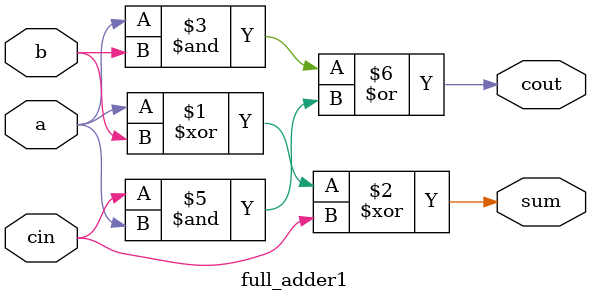
<source format=v>
module full_adder1(a,b,cin,sum,cout);
input a,b,cin;
output sum,cout;
assign sum = a^b^cin;
assign cout = a&b|cin&(a|1'b0); 
// initial begin
//     $display("The incorrect adder with or0 having in2/0");
// end   
endmodule
</source>
